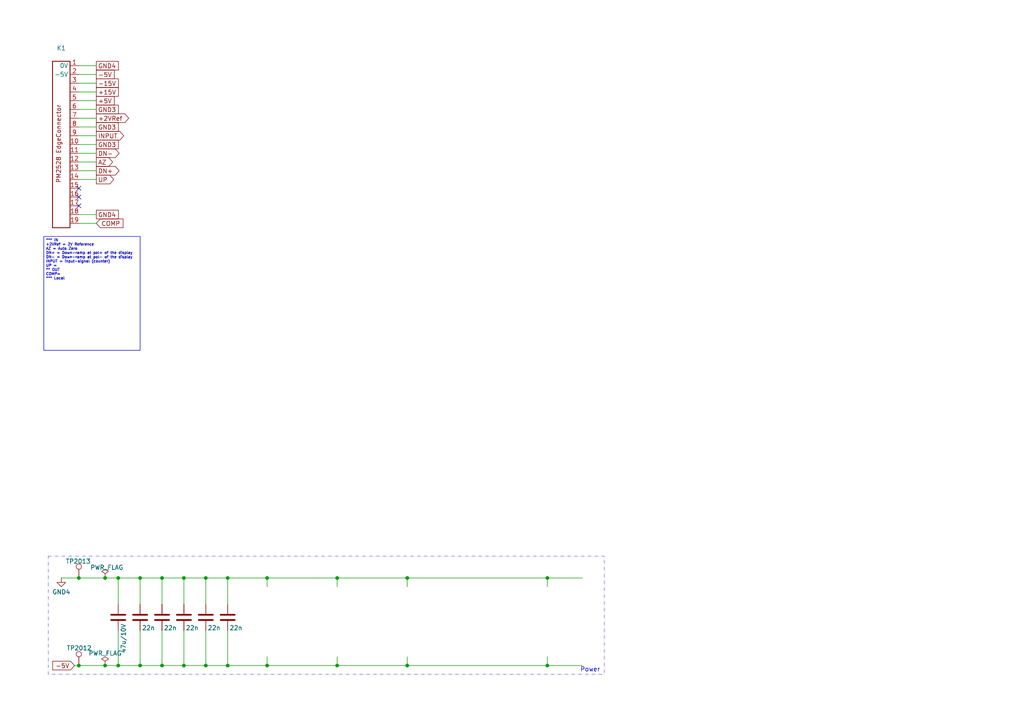
<source format=kicad_sch>
(kicad_sch (version 20231120) (generator "eeschema") (generator_version "8.0")
  (paper "A4")
  (title_block (title "PM2528 N21 (ADC Analog)") (date "2024-08-29") (rev "1.0"))
  (lib_symbols
    (symbol "Connector:TestPoint" (pin_numbers hide) (pin_names (offset 0.762) hide)
      (property "Reference" "TP" (at 0 6.858 0))
      (property "Value" "TestPoint" (at 0 5.08 0))
      (symbol "TestPoint_0_1"
        (circle (center 0 3.302) (radius 0.762))
      )
      (symbol "TestPoint_1_1"
        (pin passive line (at 0 0 90) (length 2.54) (name "1") (number "1"))
      )
    )
    (symbol "Device:C" (pin_numbers hide) (pin_names (offset 0.254))
      (property "Reference" "C" (at 0.635 2.54 0))
      (property "Value" "C" (at 0.635 -2.54 0))
      (symbol "C_0_1"
        (polyline (pts (xy -2.032 -0.762) (xy 2.032 -0.762)) (stroke (width 0.508)))
        (polyline (pts (xy -2.032 0.762) (xy 2.032 0.762)) (stroke (width 0.508)))
      )
      (symbol "C_1_1"
        (pin passive line (at 0 3.81 270) (length 2.794) (name "~") (number "1"))
        (pin passive line (at 0 -3.81 90) (length 2.794) (name "~") (number "2"))
      )
    )
    (symbol "_PhilipsPM2528DMM:PCBEdge_Plugincard"
      (property "Reference" "K" (at -0.508 25.4 0))
      (symbol "PCBEdge_Plugincard_1_1"
        (rectangle (start -2.54 24.13) (end 2.54 -24.13) (stroke (width 0.254)))
        (text "PM2528 EdgeConnector" (at -0.762 0.254 900) (effects (font (size 1.27 1.27))))
        (pin passive line (at 5.08 22.86 180) (length 2.54) (name "0V") (number "1"))
        (pin passive line (at 5.08 0 180) (length 2.54) (name "") (number "10"))
        (pin passive line (at 5.08 -2.54 180) (length 2.54) (name "") (number "11"))
        (pin passive line (at 5.08 -5.08 180) (length 2.54) (name "") (number "12"))
        (pin passive line (at 5.08 -7.62 180) (length 2.54) (name "") (number "13"))
        (pin passive line (at 5.08 -10.16 180) (length 2.54) (name "") (number "14"))
        (pin passive line (at 5.08 -12.7 180) (length 2.54) (name "") (number "15"))
        (pin passive line (at 5.08 -15.24 180) (length 2.54) (name "") (number "16"))
        (pin passive line (at 5.08 -17.78 180) (length 2.54) (name "") (number "17"))
        (pin passive line (at 5.08 -20.32 180) (length 2.54) (name "") (number "18"))
        (pin passive line (at 5.08 -22.86 180) (length 2.54) (name "") (number "19"))
        (pin passive line (at 5.08 20.32 180) (length 2.54) (name "-5V") (number "2"))
        (pin passive line (at 5.08 17.78 180) (length 2.54) (name "") (number "3"))
        (pin passive line (at 5.08 15.24 180) (length 2.54) (name "") (number "4"))
        (pin passive line (at 5.08 12.7 180) (length 2.54) (name "") (number "5"))
        (pin passive line (at 5.08 10.16 180) (length 2.54) (name "") (number "6"))
        (pin passive line (at 5.08 7.62 180) (length 2.54) (name "") (number "7"))
        (pin passive line (at 5.08 5.08 180) (length 2.54) (name "") (number "8"))
        (pin passive line (at 5.08 2.54 180) (length 2.54) (name "") (number "9"))
      )
    )
    (symbol "power:GND" (power) (pin_numbers hide) (pin_names (offset 0) hide)
      (property "Value" "GND" (at 0 -3.81 0))
      (symbol "GND_0_1"
        (polyline (pts (xy 0 0) (xy 0 -1.27) (xy 1.27 -1.27) (xy 0 -2.54) (xy -1.27 -1.27) (xy 0 -1.27)))
      )
      (symbol "GND_1_1"
        (pin power_in line (at 0 0 270) (length 0) (name "~") (number "1"))
      )
    )
    (symbol "power:PWR_FLAG" (power) (pin_numbers hide) (pin_names (offset 0) hide)
      (property "Value" "PWR_FLAG" (at 0 3.81 0))
      (symbol "PWR_FLAG_0_0"
        (pin power_out line (at 0 0 90) (length 0) (name "~") (number "1"))
      )
      (symbol "PWR_FLAG_0_1"
        (polyline (pts (xy 0 0) (xy 0 1.27) (xy -1.016 1.905) (xy 0 2.54) (xy 1.016 1.905) (xy 0 1.27)))
      )
    )
  )
  (junction (at 59.69 167.64))
  (junction (at 66.04 193.04))
  (junction (at 30.48 193.04))
  (junction (at 66.04 167.64))
  (junction (at 53.34 193.04))
  (junction (at 118.11 167.64))
  (junction (at 30.48 167.64))
  (junction (at 97.79 167.64))
  (junction (at 118.11 193.04))
  (junction (at 22.86 193.04))
  (junction (at 40.64 193.04))
  (junction (at 22.86 167.64))
  (junction (at 46.99 193.04))
  (junction (at 34.29 167.64))
  (junction (at 77.47 193.04))
  (junction (at 53.34 167.64))
  (junction (at 59.69 193.04))
  (junction (at 158.75 193.04))
  (junction (at 97.79 193.04))
  (junction (at 34.29 193.04))
  (junction (at 46.99 167.64))
  (junction (at 77.47 167.64))
  (junction (at 158.75 167.64))
  (junction (at 40.64 167.64))
  (no_connect (at 22.86 54.61))
  (no_connect (at 22.86 59.69))
  (no_connect (at 22.86 57.15))
  (wire (pts (xy 59.69 167.64) (xy 66.04 167.64)))
  (wire (pts (xy 22.86 167.64) (xy 30.48 167.64)))
  (wire (pts (xy 34.29 167.64) (xy 34.29 175.26)))
  (wire (pts (xy 118.11 190.5) (xy 118.11 193.04)))
  (wire (pts (xy 40.64 167.64) (xy 40.64 175.26)))
  (wire (pts (xy 97.79 167.64) (xy 97.79 170.18)))
  (wire (pts (xy 22.86 24.13) (xy 27.94 24.13)))
  (wire (pts (xy 22.86 26.67) (xy 27.94 26.67)))
  (wire (pts (xy 77.47 193.04) (xy 97.79 193.04)))
  (wire (pts (xy 118.11 193.04) (xy 158.75 193.04)))
  (wire (pts (xy 46.99 167.64) (xy 53.34 167.64)))
  (wire (pts (xy 59.69 182.88) (xy 59.69 193.04)))
  (wire (pts (xy 22.86 34.29) (xy 27.94 34.29)))
  (wire (pts (xy 53.34 182.88) (xy 53.34 193.04)))
  (wire (pts (xy 22.86 39.37) (xy 27.94 39.37)))
  (wire (pts (xy 59.69 167.64) (xy 59.69 175.26)))
  (wire (pts (xy 22.86 49.53) (xy 27.94 49.53)))
  (wire (pts (xy 40.64 167.64) (xy 46.99 167.64)))
  (wire (pts (xy 158.75 190.5) (xy 158.75 193.04)))
  (wire (pts (xy 22.86 21.59) (xy 27.94 21.59)))
  (wire (pts (xy 53.34 167.64) (xy 53.34 175.26)))
  (wire (pts (xy 22.86 31.75) (xy 27.94 31.75)))
  (wire (pts (xy 158.75 167.64) (xy 168.91 167.64)))
  (wire (pts (xy 22.86 193.04) (xy 30.48 193.04)))
  (wire (pts (xy 97.79 193.04) (xy 118.11 193.04)))
  (wire (pts (xy 77.47 167.64) (xy 97.79 167.64)))
  (wire (pts (xy 22.86 44.45) (xy 27.94 44.45)))
  (wire (pts (xy 22.86 36.83) (xy 27.94 36.83)))
  (wire (pts (xy 34.29 167.64) (xy 40.64 167.64)))
  (wire (pts (xy 46.99 193.04) (xy 53.34 193.04)))
  (wire (pts (xy 34.29 193.04) (xy 40.64 193.04)))
  (wire (pts (xy 46.99 182.88) (xy 46.99 193.04)))
  (wire (pts (xy 22.86 64.77) (xy 27.94 64.77)))
  (wire (pts (xy 66.04 182.88) (xy 66.04 193.04)))
  (wire (pts (xy 66.04 167.64) (xy 77.47 167.64)))
  (wire (pts (xy 34.29 182.88) (xy 34.29 193.04)))
  (wire (pts (xy 118.11 167.64) (xy 158.75 167.64)))
  (wire (pts (xy 118.11 167.64) (xy 118.11 170.18)))
  (wire (pts (xy 158.75 167.64) (xy 158.75 170.18)))
  (wire (pts (xy 46.99 167.64) (xy 46.99 175.26)))
  (wire (pts (xy 40.64 182.88) (xy 40.64 193.04)))
  (wire (pts (xy 22.86 52.07) (xy 27.94 52.07)))
  (wire (pts (xy 53.34 193.04) (xy 59.69 193.04)))
  (wire (pts (xy 22.86 46.99) (xy 27.94 46.99)))
  (wire (pts (xy 22.86 19.05) (xy 27.94 19.05)))
  (wire (pts (xy 30.48 193.04) (xy 34.29 193.04)))
  (wire (pts (xy 97.79 167.64) (xy 118.11 167.64)))
  (wire (pts (xy 17.78 167.64) (xy 22.86 167.64)))
  (wire (pts (xy 21.59 193.04) (xy 22.86 193.04)))
  (wire (pts (xy 97.79 190.5) (xy 97.79 193.04)))
  (wire (pts (xy 66.04 167.64) (xy 66.04 175.26)))
  (wire (pts (xy 77.47 167.64) (xy 77.47 170.18)))
  (wire (pts (xy 22.86 29.21) (xy 27.94 29.21)))
  (wire (pts (xy 30.48 167.64) (xy 34.29 167.64)))
  (wire (pts (xy 77.47 190.5) (xy 77.47 193.04)))
  (wire (pts (xy 158.75 193.04) (xy 168.91 193.04)))
  (wire (pts (xy 22.86 62.23) (xy 27.94 62.23)))
  (wire (pts (xy 40.64 193.04) (xy 46.99 193.04)))
  (wire (pts (xy 53.34 167.64) (xy 59.69 167.64)))
  (wire (pts (xy 22.86 41.91) (xy 27.94 41.91)))
  (wire (pts (xy 66.04 193.04) (xy 77.47 193.04)))
  (wire (pts (xy 59.69 193.04) (xy 66.04 193.04)))
  (rectangle (start 13.97 161.29) (end 175.26 195.58) (stroke (width 0.0254) (type dash_dot_dot)))
  (text_box "*** IN\n+2VRef = 2V Reference\nAZ = Auto Zero\nDN+ = Down-ramp at pol+ of the display\nDN- = Down-ramp at pol- of the display\nINPUT = input-signal (counter)\nUP = \n** OUT\nCOMP=\n*** Local\n" (at 12.7 68.58 0) (size 27.94 33.02) (effects (font (size 0.762 0.762)) (justify left top)))
  (text "Power" (at 171.196 194.31 0) (effects (font (size 1.27 1.27))))
  (global_label "GND3" (shape passive) (at 27.94 41.91 0) (property "Intersheetrefs" "${INTERSHEET_REFS}" (effects (hide yes))))
  (global_label "DN-" (shape output) (at 27.94 44.45 0) (property "Intersheetrefs" "${INTERSHEET_REFS}" (effects (hide yes))))
  (global_label "UP" (shape output) (at 27.94 52.07 0) (property "Intersheetrefs" "${INTERSHEET_REFS}" (effects (hide yes))))
  (global_label "COMP" (shape input) (at 27.94 64.77 0) (property "Intersheetrefs" "${INTERSHEET_REFS}" (effects (hide yes))))
  (global_label "GND4" (shape passive) (at 27.94 19.05 0) (property "Intersheetrefs" "${INTERSHEET_REFS}" (effects (hide yes))))
  (global_label "GND4" (shape passive) (at 27.94 62.23 0) (property "Intersheetrefs" "${INTERSHEET_REFS}" (effects (hide yes))))
  (global_label "+5V" (shape passive) (at 27.94 29.21 0) (property "Intersheetrefs" "${INTERSHEET_REFS}" (effects (hide yes))))
  (global_label "+15V" (shape passive) (at 27.94 26.67 0) (property "Intersheetrefs" "${INTERSHEET_REFS}" (effects (hide yes))))
  (global_label "GND3" (shape passive) (at 27.94 31.75 0) (property "Intersheetrefs" "${INTERSHEET_REFS}" (effects (hide yes))))
  (global_label "+2VRef" (shape output) (at 27.94 34.29 0) (property "Intersheetrefs" "${INTERSHEET_REFS}" (effects (hide yes))))
  (global_label "GND3" (shape passive) (at 27.94 36.83 0) (property "Intersheetrefs" "${INTERSHEET_REFS}" (effects (hide yes))))
  (global_label "INPUT" (shape output) (at 27.94 39.37 0) (property "Intersheetrefs" "${INTERSHEET_REFS}" (effects (hide yes))))
  (global_label "DN+" (shape output) (at 27.94 49.53 0) (property "Intersheetrefs" "${INTERSHEET_REFS}" (effects (hide yes))))
  (global_label "-5V" (shape passive) (at 27.94 21.59 0) (property "Intersheetrefs" "${INTERSHEET_REFS}" (effects (hide yes))))
  (global_label "-5V" (shape input) (at 21.59 193.04 180) (property "Intersheetrefs" "${INTERSHEET_REFS}" (effects (hide yes))))
  (global_label "-15V" (shape passive) (at 27.94 24.13 0) (property "Intersheetrefs" "${INTERSHEET_REFS}" (effects (hide yes))))
  (global_label "AZ" (shape output) (at 27.94 46.99 0) (property "Intersheetrefs" "${INTERSHEET_REFS}" (effects (hide yes))))
  (symbol (lib_id "_PhilipsPM2528DMM:PCBEdge_Plugincard") (at 17.78 41.91 0) (unit 1)
    (property "Reference" "K1" (at 17.78 13.97 0))
    (property "Footprint" "Philips_PM2528:PM2528_RiserCardConnector" (effects (hide yes)))
  )
  (symbol (lib_id "Device:C") (at 66.04 179.07 0) (unit 1)
    (property "Reference" "C2005" (effects (hide yes)))
    (property "Value" "22n" (at 66.548 182.118 0) (effects (justify left)))
    (property "Footprint" "Capacitor_THT:C_Rect_L7.0mm_W2.0mm_P5.00mm" (effects (hide yes)))
    (property "Description" "Unpolarized capacitor" (effects (hide yes)))
  )
  (symbol (lib_id "Connector:TestPoint") (at 22.86 193.04 0) (unit 1)
    (property "Reference" "TP2012" (at 19.304 187.96 0) (effects (justify left)))
    (property "Value" "TestPoint" (effects (hide yes)))
    (property "Footprint" "Connector_PinHeader_1.00mm:PinHeader_1x01_P1.00mm_Vertical" (effects (hide yes)))
    (property "Description" "test point" (effects (hide yes)))
  )
  (symbol (lib_id "Device:C") (at 46.99 179.07 0) (unit 1)
    (property "Reference" "C2002" (effects (hide yes)))
    (property "Value" "22n" (at 47.498 182.118 0) (effects (justify left)))
    (property "Footprint" "Capacitor_THT:C_Rect_L7.0mm_W2.0mm_P5.00mm" (effects (hide yes)))
    (property "Description" "Unpolarized capacitor" (effects (hide yes)))
  )
  (symbol (lib_id "power:GND") (at 17.78 167.64 0) (unit 1)
    (property "Reference" "#PWR02" (effects (hide yes)))
    (property "Value" "GND4" (at 17.78 171.704 0))
    (property "Description" "Power symbol creates a global label with name \"GND\" , ground" (effects (hide yes)))
  )
  (symbol (lib_id "power:PWR_FLAG") (at 30.48 167.64 0) (unit 1)
    (property "Reference" "#FLG02" (effects (hide yes)))
    (property "Value" "PWR_FLAG" (at 30.988 164.592 0))
    (property "Description" "Special symbol for telling ERC where power comes from" (effects (hide yes)))
  )
  (symbol (lib_id "Connector:TestPoint") (at 22.86 167.64 0) (unit 1)
    (property "Reference" "TP2013" (at 19.05 162.814 0) (effects (justify left)))
    (property "Value" "TestPoint" (effects (hide yes)))
    (property "Footprint" "Connector_PinHeader_1.00mm:PinHeader_1x01_P1.00mm_Vertical" (effects (hide yes)))
    (property "Description" "test point" (effects (hide yes)))
  )
  (symbol (lib_id "Device:C") (at 40.64 179.07 0) (unit 1)
    (property "Reference" "C2001" (effects (hide yes)))
    (property "Value" "22n" (at 41.148 182.118 0) (effects (justify left)))
    (property "Footprint" "Capacitor_THT:C_Rect_L7.0mm_W2.0mm_P5.00mm" (effects (hide yes)))
    (property "Description" "Unpolarized capacitor" (effects (hide yes)))
  )
  (symbol (lib_id "Device:C") (at 59.69 179.07 0) (unit 1)
    (property "Reference" "C2004" (effects (hide yes)))
    (property "Value" "22n" (at 60.198 182.118 0) (effects (justify left)))
    (property "Footprint" "Capacitor_THT:C_Rect_L7.0mm_W2.0mm_P5.00mm" (effects (hide yes)))
    (property "Description" "Unpolarized capacitor" (effects (hide yes)))
  )
  (symbol (lib_id "Device:C") (at 53.34 179.07 0) (unit 1)
    (property "Reference" "C2003" (effects (hide yes)))
    (property "Value" "22n" (at 53.848 182.118 0) (effects (justify left)))
    (property "Footprint" "Capacitor_THT:C_Rect_L7.0mm_W2.0mm_P5.00mm" (effects (hide yes)))
    (property "Description" "Unpolarized capacitor" (effects (hide yes)))
  )
  (symbol (lib_id "power:PWR_FLAG") (at 30.48 193.04 0) (unit 1)
    (property "Reference" "#FLG01" (effects (hide yes)))
    (property "Value" "PWR_FLAG" (at 30.48 189.484 0))
    (property "Description" "Special symbol for telling ERC where power comes from" (effects (hide yes)))
  )
  (symbol (lib_id "Device:C") (at 34.29 179.07 0) (unit 1)
    (property "Reference" "C2007" (effects (hide yes)))
    (property "Value" "47u/10V" (at 35.814 189.484 90) (effects (justify left)))
    (property "Footprint" "Capacitor_THT:CP_Axial_L10.0mm_D6.0mm_P15.00mm_Horizontal" (effects (hide yes)))
    (property "Description" "Unpolarized capacitor" (effects (hide yes)))
  )
)
</source>
